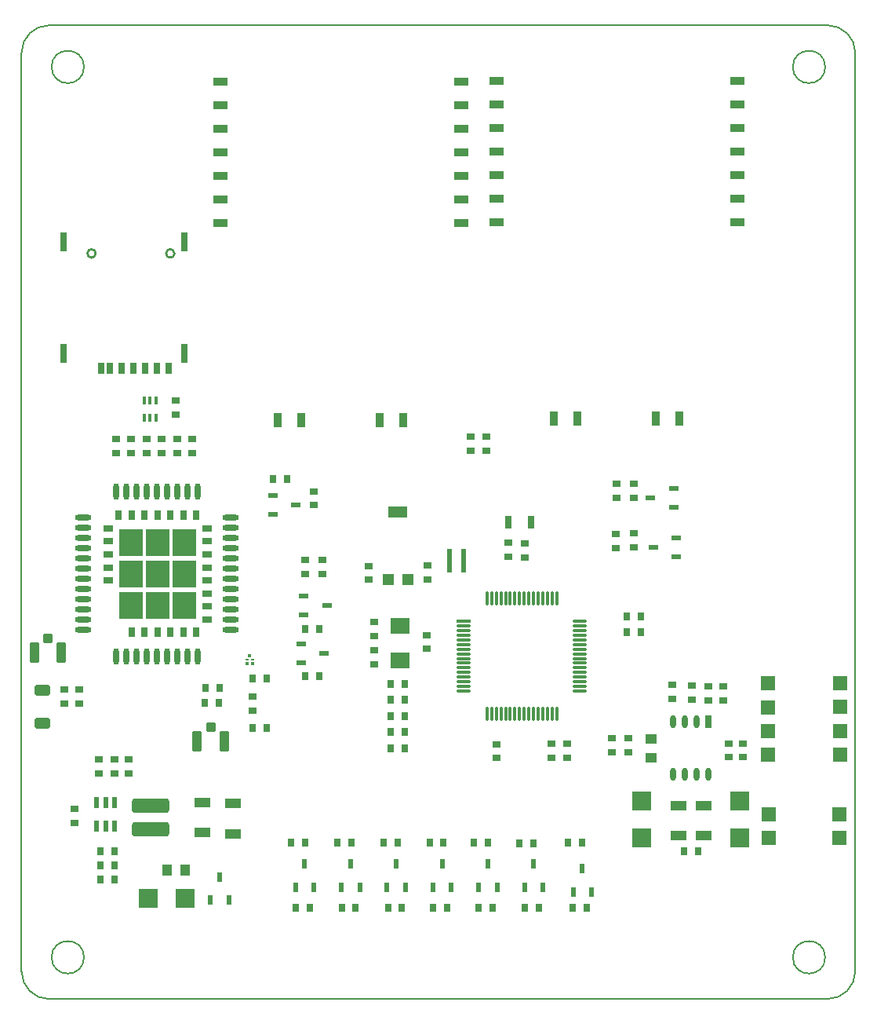
<source format=gtp>
%FSLAX25Y25*%
%MOIN*%
G70*
G01*
G75*
G04 Layer_Color=8421504*
%ADD10C,0.00800*%
%ADD11C,0.01000*%
%ADD12C,0.02000*%
%ADD13C,0.01200*%
%ADD14C,0.02000*%
%ADD15R,0.05906X0.05906*%
%ADD16R,0.02756X0.03347*%
%ADD17R,0.03347X0.02756*%
%ADD18R,0.03937X0.02362*%
G04:AMPARAMS|DCode=19|XSize=39.37mil|YSize=41.34mil|CornerRadius=5.91mil|HoleSize=0mil|Usage=FLASHONLY|Rotation=180.000|XOffset=0mil|YOffset=0mil|HoleType=Round|Shape=RoundedRectangle|*
%AMROUNDEDRECTD19*
21,1,0.03937,0.02953,0,0,180.0*
21,1,0.02756,0.04134,0,0,180.0*
1,1,0.01181,-0.01378,0.01476*
1,1,0.01181,0.01378,0.01476*
1,1,0.01181,0.01378,-0.01476*
1,1,0.01181,-0.01378,-0.01476*
%
%ADD19ROUNDEDRECTD19*%
G04:AMPARAMS|DCode=20|XSize=41.34mil|YSize=86.61mil|CornerRadius=6.2mil|HoleSize=0mil|Usage=FLASHONLY|Rotation=180.000|XOffset=0mil|YOffset=0mil|HoleType=Round|Shape=RoundedRectangle|*
%AMROUNDEDRECTD20*
21,1,0.04134,0.07421,0,0,180.0*
21,1,0.02894,0.08661,0,0,180.0*
1,1,0.01240,-0.01447,0.03711*
1,1,0.01240,0.01447,0.03711*
1,1,0.01240,0.01447,-0.03711*
1,1,0.01240,-0.01447,-0.03711*
%
%ADD20ROUNDEDRECTD20*%
%ADD21R,0.07874X0.07874*%
%ADD22R,0.07087X0.03937*%
%ADD23R,0.02000X0.05000*%
%ADD24R,0.02362X0.03937*%
%ADD25R,0.07874X0.07874*%
%ADD26R,0.02559X0.05315*%
%ADD27R,0.03937X0.05118*%
%ADD28R,0.05118X0.03937*%
G04:AMPARAMS|DCode=29|XSize=157.48mil|YSize=59.06mil|CornerRadius=8.86mil|HoleSize=0mil|Usage=FLASHONLY|Rotation=180.000|XOffset=0mil|YOffset=0mil|HoleType=Round|Shape=RoundedRectangle|*
%AMROUNDEDRECTD29*
21,1,0.15748,0.04134,0,0,180.0*
21,1,0.13976,0.05906,0,0,180.0*
1,1,0.01772,-0.06988,0.02067*
1,1,0.01772,0.06988,0.02067*
1,1,0.01772,0.06988,-0.02067*
1,1,0.01772,-0.06988,-0.02067*
%
%ADD29ROUNDEDRECTD29*%
%ADD30R,0.06299X0.03543*%
%ADD31R,0.03543X0.06299*%
%ADD32R,0.01969X0.09843*%
%ADD33R,0.03937X0.03150*%
%ADD34R,0.03150X0.03937*%
%ADD35R,0.09843X0.11811*%
%ADD36O,0.07087X0.02362*%
%ADD37O,0.02362X0.07087*%
%ADD38R,0.01575X0.03347*%
%ADD39R,0.01378X0.01181*%
%ADD40R,0.01378X0.00984*%
%ADD41R,0.01181X0.01181*%
%ADD42O,0.02500X0.05500*%
%ADD43R,0.02500X0.05500*%
%ADD44R,0.05000X0.05000*%
%ADD45R,0.07874X0.05000*%
G04:AMPARAMS|DCode=46|XSize=45mil|YSize=65mil|CornerRadius=5.63mil|HoleSize=0mil|Usage=FLASHONLY|Rotation=270.000|XOffset=0mil|YOffset=0mil|HoleType=Round|Shape=RoundedRectangle|*
%AMROUNDEDRECTD46*
21,1,0.04500,0.05375,0,0,270.0*
21,1,0.03375,0.06500,0,0,270.0*
1,1,0.01125,-0.02688,-0.01688*
1,1,0.01125,-0.02688,0.01688*
1,1,0.01125,0.02688,0.01688*
1,1,0.01125,0.02688,-0.01688*
%
%ADD46ROUNDEDRECTD46*%
%ADD47R,0.07874X0.06693*%
%ADD48O,0.06299X0.01181*%
%ADD49O,0.01181X0.06299*%
%ADD50R,0.06299X0.01181*%
%ADD51R,0.02559X0.04843*%
%ADD52R,0.02756X0.08268*%
%ADD53C,0.03000*%
%ADD54C,0.04000*%
%ADD55R,0.09200X0.08300*%
%ADD56R,0.49000X0.11200*%
%ADD57R,0.07000X0.08100*%
%ADD58R,0.06200X0.16300*%
%ADD59R,0.25800X0.06600*%
%ADD60R,0.08400X0.20000*%
%ADD61C,0.00500*%
%ADD62C,0.05906*%
%ADD63R,0.05906X0.05906*%
%ADD64R,0.07874X0.11811*%
%ADD65O,0.07874X0.11811*%
%ADD66C,0.03937*%
%ADD67O,0.11811X0.07874*%
%ADD68R,0.11811X0.07874*%
%ADD69C,0.03000*%
%ADD70C,0.04000*%
G04:AMPARAMS|DCode=71|XSize=23.62mil|YSize=25.59mil|CornerRadius=3.54mil|HoleSize=0mil|Usage=FLASHONLY|Rotation=90.000|XOffset=0mil|YOffset=0mil|HoleType=Round|Shape=RoundedRectangle|*
%AMROUNDEDRECTD71*
21,1,0.02362,0.01850,0,0,90.0*
21,1,0.01654,0.02559,0,0,90.0*
1,1,0.00709,0.00925,0.00827*
1,1,0.00709,0.00925,-0.00827*
1,1,0.00709,-0.00925,-0.00827*
1,1,0.00709,-0.00925,0.00827*
%
%ADD71ROUNDEDRECTD71*%
G04:AMPARAMS|DCode=72|XSize=23.62mil|YSize=25.59mil|CornerRadius=3.54mil|HoleSize=0mil|Usage=FLASHONLY|Rotation=180.000|XOffset=0mil|YOffset=0mil|HoleType=Round|Shape=RoundedRectangle|*
%AMROUNDEDRECTD72*
21,1,0.02362,0.01850,0,0,180.0*
21,1,0.01654,0.02559,0,0,180.0*
1,1,0.00709,-0.00827,0.00925*
1,1,0.00709,0.00827,0.00925*
1,1,0.00709,0.00827,-0.00925*
1,1,0.00709,-0.00827,-0.00925*
%
%ADD72ROUNDEDRECTD72*%
%ADD73R,0.05000X0.02000*%
%ADD74R,0.03937X0.07087*%
%ADD75C,0.05000*%
%ADD76R,0.27900X0.11200*%
%ADD77R,0.07100X0.27500*%
%ADD78C,0.02362*%
%ADD79C,0.00984*%
%ADD80C,0.00787*%
%ADD81C,0.00300*%
%ADD82C,0.01969*%
%ADD83C,0.00394*%
%ADD84C,0.00400*%
%ADD85C,0.00493*%
%ADD86C,0.00700*%
%ADD87R,0.02228X0.02472*%
%ADD88R,0.04800X0.00800*%
%ADD89R,0.03600X0.00700*%
%ADD90R,0.02400X0.00600*%
%ADD91R,0.01500X0.00500*%
D11*
X19716Y316481D02*
G03*
X19716Y316481I-1772J0D01*
G01*
X53181D02*
G03*
X53181Y316481I-1772J0D01*
G01*
D15*
X305546Y123900D02*
D03*
Y134000D02*
D03*
X335900D02*
D03*
Y124000D02*
D03*
Y103900D02*
D03*
Y113900D02*
D03*
X305546D02*
D03*
Y103900D02*
D03*
X305800Y78300D02*
D03*
Y68300D02*
D03*
X335800D02*
D03*
Y78300D02*
D03*
D16*
X100906Y220600D02*
D03*
X95000D02*
D03*
X269700Y62700D02*
D03*
X275606D02*
D03*
X21794Y50900D02*
D03*
X27700D02*
D03*
X21894Y56900D02*
D03*
X27800D02*
D03*
X21794Y62900D02*
D03*
X27700D02*
D03*
X86432Y135939D02*
D03*
X92337D02*
D03*
X66198Y125719D02*
D03*
X72103D02*
D03*
X108798Y157019D02*
D03*
X114703D02*
D03*
X114598Y136919D02*
D03*
X108692D02*
D03*
X145194Y106500D02*
D03*
X151100D02*
D03*
X151100Y113325D02*
D03*
X145194D02*
D03*
X145194Y133800D02*
D03*
X151100D02*
D03*
X251400Y162300D02*
D03*
X245495D02*
D03*
X145194Y120150D02*
D03*
X151100D02*
D03*
X145194Y126975D02*
D03*
X151100D02*
D03*
X251400Y155800D02*
D03*
X245495D02*
D03*
X143961Y38900D02*
D03*
X149867D02*
D03*
X124311D02*
D03*
X130217D02*
D03*
X104661D02*
D03*
X110567D02*
D03*
X202211D02*
D03*
X208117D02*
D03*
X182561D02*
D03*
X188467D02*
D03*
X163111D02*
D03*
X169017D02*
D03*
X205800Y66200D02*
D03*
X199894D02*
D03*
X186400Y66300D02*
D03*
X180494D02*
D03*
X167550D02*
D03*
X161644D02*
D03*
X222561Y38900D02*
D03*
X228467D02*
D03*
X226400Y66300D02*
D03*
X220495D02*
D03*
X86432Y115139D02*
D03*
X92337D02*
D03*
X72298Y132119D02*
D03*
X66392D02*
D03*
X108700Y66300D02*
D03*
X102795D02*
D03*
X128317D02*
D03*
X122411D02*
D03*
X147933D02*
D03*
X142028D02*
D03*
D17*
X112500Y215506D02*
D03*
Y209600D02*
D03*
X53600Y248000D02*
D03*
Y253906D02*
D03*
X54398Y237719D02*
D03*
Y231813D02*
D03*
X28398Y237719D02*
D03*
Y231813D02*
D03*
X47898Y237719D02*
D03*
Y231813D02*
D03*
X6398Y125419D02*
D03*
Y131324D02*
D03*
X12698Y125419D02*
D03*
Y131324D02*
D03*
X286400Y126900D02*
D03*
Y132806D02*
D03*
X280000Y126900D02*
D03*
Y132806D02*
D03*
X288700Y108500D02*
D03*
Y102594D02*
D03*
X273200Y127000D02*
D03*
Y132905D02*
D03*
X264700Y127500D02*
D03*
Y133405D02*
D03*
X294700Y108500D02*
D03*
Y102594D02*
D03*
X246100Y104700D02*
D03*
Y110606D02*
D03*
X238900Y104700D02*
D03*
Y110606D02*
D03*
X33600Y101600D02*
D03*
Y95695D02*
D03*
X27600Y101600D02*
D03*
Y95695D02*
D03*
X21100Y95700D02*
D03*
Y101605D02*
D03*
X10600Y74700D02*
D03*
Y80606D02*
D03*
X86432Y128439D02*
D03*
Y122533D02*
D03*
X41398Y231813D02*
D03*
Y237719D02*
D03*
X34898Y231813D02*
D03*
Y237719D02*
D03*
X60898Y231813D02*
D03*
Y237719D02*
D03*
X108798Y180519D02*
D03*
Y186424D02*
D03*
X115998Y180519D02*
D03*
Y186424D02*
D03*
X195200Y193700D02*
D03*
Y187794D02*
D03*
X138000Y154100D02*
D03*
Y160005D02*
D03*
X160400Y154500D02*
D03*
Y148594D02*
D03*
X220200Y102500D02*
D03*
Y108405D02*
D03*
X189900Y102300D02*
D03*
Y108205D02*
D03*
X202200Y187500D02*
D03*
Y193405D02*
D03*
X213500Y102500D02*
D03*
Y108405D02*
D03*
X160700Y184000D02*
D03*
Y178094D02*
D03*
X135600Y183900D02*
D03*
Y177995D02*
D03*
X241069Y212700D02*
D03*
Y218605D02*
D03*
X248468Y212700D02*
D03*
Y218605D02*
D03*
X240769Y191500D02*
D03*
Y197406D02*
D03*
X248369Y191700D02*
D03*
Y197606D02*
D03*
X137900Y148000D02*
D03*
Y142095D02*
D03*
X179000Y232794D02*
D03*
Y238700D02*
D03*
X185800Y232794D02*
D03*
Y238700D02*
D03*
D18*
X94900Y205726D02*
D03*
X104743Y209663D02*
D03*
X94900Y213600D02*
D03*
X106998Y150619D02*
D03*
X116840Y146682D02*
D03*
X106998Y142745D02*
D03*
X108198Y171019D02*
D03*
X118040Y167082D02*
D03*
X108198Y163145D02*
D03*
X265268Y208700D02*
D03*
X255426Y212637D02*
D03*
X265268Y216574D02*
D03*
X266469Y187695D02*
D03*
X256626Y191631D02*
D03*
X266469Y195569D02*
D03*
D19*
X68698Y115323D02*
D03*
X-602Y153123D02*
D03*
D20*
X62890Y109319D02*
D03*
X74505D02*
D03*
X-6409Y147119D02*
D03*
X5205D02*
D03*
D21*
X293500Y68352D02*
D03*
Y84100D02*
D03*
X251700Y68352D02*
D03*
Y84100D02*
D03*
D22*
X267500Y82195D02*
D03*
Y69400D02*
D03*
X64986Y83447D02*
D03*
Y70651D02*
D03*
X78100Y83000D02*
D03*
Y70205D02*
D03*
X277900Y82195D02*
D03*
Y69400D02*
D03*
D23*
X23940Y83300D02*
D03*
X20200Y73300D02*
D03*
X27680D02*
D03*
X23940D02*
D03*
X20200Y83300D02*
D03*
X27680D02*
D03*
D24*
X143520Y47500D02*
D03*
X147457Y57342D02*
D03*
X151394Y47500D02*
D03*
X104600D02*
D03*
X108537Y57342D02*
D03*
X112474Y47500D02*
D03*
X201900D02*
D03*
X205837Y57342D02*
D03*
X209774Y47500D02*
D03*
X182440D02*
D03*
X186377Y57342D02*
D03*
X190314Y47500D02*
D03*
X162980D02*
D03*
X166917Y57342D02*
D03*
X170854Y47500D02*
D03*
X222600Y45500D02*
D03*
X226537Y55343D02*
D03*
X230474Y45500D02*
D03*
X124060Y47500D02*
D03*
X127997Y57342D02*
D03*
X131934Y47500D02*
D03*
X68500Y42000D02*
D03*
X72437Y51842D02*
D03*
X76374Y42000D02*
D03*
D25*
X57748Y42800D02*
D03*
X42000D02*
D03*
D26*
X195151Y202500D02*
D03*
X204600D02*
D03*
D27*
X57800Y54900D02*
D03*
X49926D02*
D03*
D28*
X255600Y110374D02*
D03*
Y102500D02*
D03*
D29*
X43200Y71982D02*
D03*
Y82218D02*
D03*
D30*
X190125Y329790D02*
D03*
Y339790D02*
D03*
Y349790D02*
D03*
Y359790D02*
D03*
Y369790D02*
D03*
Y379790D02*
D03*
Y389790D02*
D03*
X292400D02*
D03*
Y379790D02*
D03*
Y369790D02*
D03*
Y359790D02*
D03*
Y349790D02*
D03*
Y339790D02*
D03*
Y329790D02*
D03*
X72825Y329290D02*
D03*
Y339290D02*
D03*
Y349290D02*
D03*
Y359290D02*
D03*
Y369290D02*
D03*
Y379290D02*
D03*
Y389290D02*
D03*
X175100D02*
D03*
Y379290D02*
D03*
Y369290D02*
D03*
Y359290D02*
D03*
Y349290D02*
D03*
Y339290D02*
D03*
Y329290D02*
D03*
D31*
X267566Y246325D02*
D03*
X257566D02*
D03*
X224259D02*
D03*
X214259D02*
D03*
X150266Y245825D02*
D03*
X140266D02*
D03*
X106959D02*
D03*
X96959D02*
D03*
D32*
X170150Y186200D02*
D03*
X176050D02*
D03*
D33*
X24929Y188742D02*
D03*
Y199765D02*
D03*
X67062D02*
D03*
Y194254D02*
D03*
Y177718D02*
D03*
Y166694D02*
D03*
Y161183D02*
D03*
Y172206D02*
D03*
Y183230D02*
D03*
Y188742D02*
D03*
X24929Y177718D02*
D03*
Y183230D02*
D03*
Y194254D02*
D03*
D34*
X62531Y205277D02*
D03*
X40483Y155635D02*
D03*
X45995D02*
D03*
X62531D02*
D03*
X57019D02*
D03*
X51507D02*
D03*
X34972D02*
D03*
X57019Y205277D02*
D03*
X51507D02*
D03*
X45995D02*
D03*
X40483D02*
D03*
X34972D02*
D03*
X29460D02*
D03*
D35*
X34578Y180438D02*
D03*
X57413Y167052D02*
D03*
X34578D02*
D03*
X45995D02*
D03*
X57413Y180438D02*
D03*
X45995D02*
D03*
X57413Y193824D02*
D03*
X34578D02*
D03*
X45995D02*
D03*
D36*
X14499Y195595D02*
D03*
Y204257D02*
D03*
Y191265D02*
D03*
Y186934D02*
D03*
Y182603D02*
D03*
Y178272D02*
D03*
Y173942D02*
D03*
Y169611D02*
D03*
Y160950D02*
D03*
Y156619D02*
D03*
X77098Y199926D02*
D03*
Y195595D02*
D03*
Y191265D02*
D03*
Y186934D02*
D03*
Y182603D02*
D03*
Y178272D02*
D03*
Y173942D02*
D03*
Y169611D02*
D03*
Y165280D02*
D03*
Y160950D02*
D03*
Y156619D02*
D03*
Y204257D02*
D03*
X14499Y199926D02*
D03*
Y165280D02*
D03*
D37*
X58791Y215477D02*
D03*
X28476D02*
D03*
X32806D02*
D03*
X37137D02*
D03*
X41468D02*
D03*
X58791Y145398D02*
D03*
X54460D02*
D03*
X50129D02*
D03*
X45798D02*
D03*
X41468D02*
D03*
X37137D02*
D03*
X32806D02*
D03*
X28476D02*
D03*
X63121Y215477D02*
D03*
X54460D02*
D03*
X50129D02*
D03*
X45798D02*
D03*
X63121Y145398D02*
D03*
D38*
X45457Y246677D02*
D03*
X42898Y253961D02*
D03*
X45457D02*
D03*
X42898Y246677D02*
D03*
X40339D02*
D03*
Y253961D02*
D03*
D39*
X84100Y142330D02*
D03*
X86364D02*
D03*
D40*
X84100Y144200D02*
D03*
X86364D02*
D03*
D41*
X85232Y145873D02*
D03*
D42*
X269900Y95262D02*
D03*
X279900D02*
D03*
X264900D02*
D03*
X269900Y117900D02*
D03*
X264900D02*
D03*
X274900Y95262D02*
D03*
Y117900D02*
D03*
D43*
X279900D02*
D03*
D44*
X143900Y178100D02*
D03*
X152400D02*
D03*
D45*
X148187Y206600D02*
D03*
D46*
X-2802Y117119D02*
D03*
Y131119D02*
D03*
D47*
X149100Y158300D02*
D03*
Y143733D02*
D03*
D48*
X176200Y130772D02*
D03*
Y134709D02*
D03*
Y132741D02*
D03*
Y136678D02*
D03*
X225413Y160300D02*
D03*
Y158332D02*
D03*
Y156363D02*
D03*
Y154394D02*
D03*
Y152426D02*
D03*
Y150458D02*
D03*
Y148489D02*
D03*
Y146520D02*
D03*
Y144552D02*
D03*
Y142584D02*
D03*
Y140615D02*
D03*
Y138646D02*
D03*
Y136678D02*
D03*
Y134709D02*
D03*
Y132741D02*
D03*
Y130772D02*
D03*
X176200Y138646D02*
D03*
Y140615D02*
D03*
Y142584D02*
D03*
Y144552D02*
D03*
Y146520D02*
D03*
Y148489D02*
D03*
Y150458D02*
D03*
Y154394D02*
D03*
Y156363D02*
D03*
Y158332D02*
D03*
Y152426D02*
D03*
D49*
X186042Y170142D02*
D03*
X188011D02*
D03*
X189980D02*
D03*
X191948D02*
D03*
X193916D02*
D03*
X195885D02*
D03*
X197854D02*
D03*
X199822D02*
D03*
X201791D02*
D03*
X203759D02*
D03*
X205728D02*
D03*
X207696D02*
D03*
X209665D02*
D03*
X211633D02*
D03*
X213602D02*
D03*
X215570D02*
D03*
Y120930D02*
D03*
X213602D02*
D03*
X211633D02*
D03*
X209665D02*
D03*
X207696D02*
D03*
X205728D02*
D03*
X203759D02*
D03*
X201791D02*
D03*
X199822D02*
D03*
X197854D02*
D03*
X195885D02*
D03*
X193916D02*
D03*
X191948D02*
D03*
X189980D02*
D03*
X188011D02*
D03*
X186042D02*
D03*
D50*
X176200Y160300D02*
D03*
D51*
X22000Y267800D02*
D03*
X25740D02*
D03*
X50740D02*
D03*
X45740D02*
D03*
X40740D02*
D03*
X35740D02*
D03*
X30740D02*
D03*
D52*
X57315Y274158D02*
D03*
Y321402D02*
D03*
X6173Y274158D02*
D03*
Y321402D02*
D03*
D61*
X330709Y0D02*
G03*
X342520Y11811I0J11811D01*
G01*
X-11811D02*
G03*
X0Y0I11811J0D01*
G01*
X342520Y401575D02*
G03*
X330709Y413386I-11811J0D01*
G01*
X0D02*
G03*
X-11811Y401575I0J-11811D01*
G01*
X14764Y395670D02*
G03*
X14764Y395670I-6890J0D01*
G01*
X329725D02*
G03*
X329725Y395670I-6890J0D01*
G01*
Y17717D02*
G03*
X329725Y17717I-6890J0D01*
G01*
X14764D02*
G03*
X14764Y17717I-6890J0D01*
G01*
X-11811Y347999D02*
Y366326D01*
Y11811D02*
Y39370D01*
X0Y413386D02*
X330709D01*
X342520Y11811D02*
Y401575D01*
X0Y0D02*
X330709D01*
X-11811Y11811D02*
Y401575D01*
M02*

</source>
